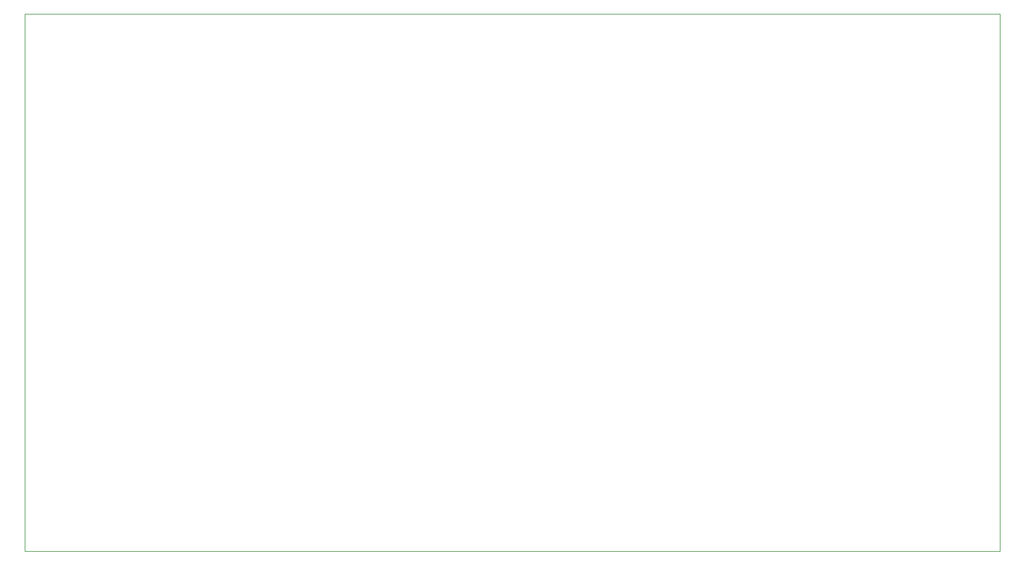
<source format=gm1>
G04 #@! TF.GenerationSoftware,KiCad,Pcbnew,(5.99.0-9973-gfb99c55869)*
G04 #@! TF.CreationDate,2022-08-18T17:51:10-07:00*
G04 #@! TF.ProjectId,RB_v3_2,52425f76-335f-4322-9e6b-696361645f70,rev?*
G04 #@! TF.SameCoordinates,Original*
G04 #@! TF.FileFunction,Profile,NP*
%FSLAX46Y46*%
G04 Gerber Fmt 4.6, Leading zero omitted, Abs format (unit mm)*
G04 Created by KiCad (PCBNEW (5.99.0-9973-gfb99c55869)) date 2022-08-18 17:51:10*
%MOMM*%
%LPD*%
G01*
G04 APERTURE LIST*
G04 #@! TA.AperFunction,Profile*
%ADD10C,0.100000*%
G04 #@! TD*
G04 APERTURE END LIST*
D10*
X47625000Y-82169000D02*
X184404000Y-82169000D01*
X184404000Y-82169000D02*
X184404000Y-157607000D01*
X184404000Y-157607000D02*
X47625000Y-157607000D01*
X47625000Y-157607000D02*
X47625000Y-82169000D01*
M02*

</source>
